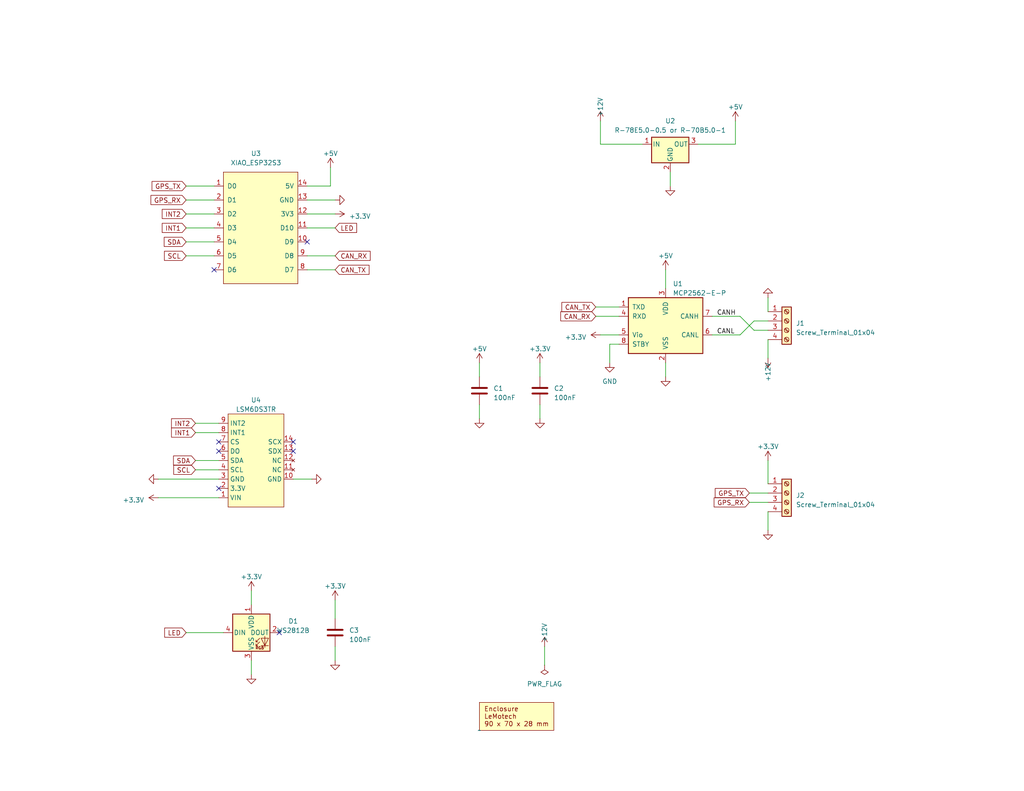
<source format=kicad_sch>
(kicad_sch (version 20230121) (generator eeschema)
  (paper "USLetter")
  (title_block (title "RV-C") (date "2023-04-19") (rev "V1"))
  (lib_symbols
    (symbol "BEB:Enclosure_LemoTech_90_70"
      (symbol "Enclosure_LemoTech_90_70_1_1"
        (rectangle (start 0 7.62) (end 20.32 0) (fill (type background)))
        (text "Enclosure\nLeMotech\n90 x 70 x 28 mm" (at 1.27 3.81 0) (effects (font (size 1.27 1.27)) (justify left)))
      )
    )
    (symbol "BEB:LSM6DS3_breakout"
      (property "Reference" "U" (at 3.81 24.13 0))
      (property "Value" "LSM6DS3TR" (at 10.16 -3.81 0))
      (symbol "LSM6DS3_breakout_1_1"
        (rectangle (start 2.54 22.86) (end 17.78 -2.54) (fill (type background)))
        (pin power_in line (at 0 0 0) (length 2.54) (name "VIN") (number "1"))
        (pin output line (at 20.32 5.08 180) (length 2.54) (name "GND") (number "10"))
        (pin no_connect line (at 20.32 7.62 180) (length 2.54) (name "NC") (number "11"))
        (pin no_connect line (at 20.32 10.16 180) (length 2.54) (name "NC") (number "12"))
        (pin bidirectional line (at 20.32 12.7 180) (length 2.54) (name "SDX") (number "13"))
        (pin bidirectional line (at 20.32 15.24 180) (length 2.54) (name "SCX") (number "14"))
        (pin power_out line (at 0 2.54 0) (length 2.54) (name "3.3V") (number "2"))
        (pin power_in line (at 0 5.08 0) (length 2.54) (name "GND") (number "3"))
        (pin bidirectional line (at 0 7.62 0) (length 2.54) (name "SCL") (number "4"))
        (pin bidirectional line (at 0 10.16 0) (length 2.54) (name "SDA") (number "5"))
        (pin output line (at 0 12.7 0) (length 2.54) (name "DO") (number "6"))
        (pin input line (at 0 15.24 0) (length 2.54) (name "CS") (number "7"))
        (pin output line (at 0 17.78 0) (length 2.54) (name "INT1") (number "8"))
        (pin output line (at 0 20.32 0) (length 2.54) (name "INT2") (number "9"))
      )
    )
    (symbol "BEB:XIAO_ESP32S3" (pin_names (offset 1.016))
      (property "Reference" "U" (at 3.81 16.51 0))
      (property "Value" "XIAO_ESP32S3" (at 11.43 -17.78 0))
      (symbol "XIAO_ESP32S3_1_1"
        (rectangle (start 2.54 15.24) (end 22.86 -15.24) (fill (type background)))
        (pin bidirectional line (at 0 11.43 0) (length 2.54) (name "D0") (number "1"))
        (pin bidirectional line (at 25.4 -3.81 180) (length 2.54) (name "D9") (number "10"))
        (pin bidirectional line (at 25.4 0 180) (length 2.54) (name "D10") (number "11"))
        (pin power_out line (at 25.4 3.81 180) (length 2.54) (name "3V3") (number "12"))
        (pin power_in line (at 25.4 7.62 180) (length 2.54) (name "GND") (number "13"))
        (pin power_in line (at 25.4 11.43 180) (length 2.54) (name "5V") (number "14"))
        (pin bidirectional line (at 0 7.62 0) (length 2.54) (name "D1") (number "2"))
        (pin bidirectional line (at 0 3.81 0) (length 2.54) (name "D2") (number "3"))
        (pin bidirectional line (at 0 0 0) (length 2.54) (name "D3") (number "4"))
        (pin bidirectional line (at 0 -3.81 0) (length 2.54) (name "D4") (number "5"))
        (pin bidirectional line (at 0 -7.62 0) (length 2.54) (name "D5") (number "6"))
        (pin bidirectional line (at 0 -11.43 0) (length 2.54) (name "D6") (number "7"))
        (pin bidirectional line (at 25.4 -11.43 180) (length 2.54) (name "D7") (number "8"))
        (pin bidirectional line (at 25.4 -7.62 180) (length 2.54) (name "D8") (number "9"))
      )
    )
    (symbol "Connector:Screw_Terminal_01x04" (pin_names (offset 1.016) hide)
      (property "Reference" "J" (at 0 5.08 0))
      (property "Value" "Screw_Terminal_01x04" (at 0 -7.62 0))
      (symbol "Screw_Terminal_01x04_1_1"
        (rectangle (start -1.27 3.81) (end 1.27 -6.35) (stroke (width 0.254)) (fill (type background)))
        (circle (center 0 -5.08) (radius 0.635) (stroke (width 0.1524)))
        (circle (center 0 -2.54) (radius 0.635) (stroke (width 0.1524)))
        (polyline (pts (xy -0.5334 -4.7498) (xy 0.3302 -5.588)) (stroke (width 0.1524)))
        (polyline (pts (xy -0.5334 -2.2098) (xy 0.3302 -3.048)) (stroke (width 0.1524)))
        (polyline (pts (xy -0.5334 0.3302) (xy 0.3302 -0.508)) (stroke (width 0.1524)))
        (polyline (pts (xy -0.5334 2.8702) (xy 0.3302 2.032)) (stroke (width 0.1524)))
        (polyline (pts (xy -0.3556 -4.572) (xy 0.508 -5.4102)) (stroke (width 0.1524)))
        (polyline (pts (xy -0.3556 -2.032) (xy 0.508 -2.8702)) (stroke (width 0.1524)))
        (polyline (pts (xy -0.3556 0.508) (xy 0.508 -0.3302)) (stroke (width 0.1524)))
        (polyline (pts (xy -0.3556 3.048) (xy 0.508 2.2098)) (stroke (width 0.1524)))
        (circle (center 0 0) (radius 0.635) (stroke (width 0.1524)))
        (circle (center 0 2.54) (radius 0.635) (stroke (width 0.1524)))
        (pin passive line (at -5.08 2.54 0) (length 3.81) (name "Pin_1") (number "1"))
        (pin passive line (at -5.08 0 0) (length 3.81) (name "Pin_2") (number "2"))
        (pin passive line (at -5.08 -2.54 0) (length 3.81) (name "Pin_3") (number "3"))
        (pin passive line (at -5.08 -5.08 0) (length 3.81) (name "Pin_4") (number "4"))
      )
    )
    (symbol "Device:C" (pin_numbers hide) (pin_names (offset 0.254))
      (property "Reference" "C" (at 0.635 2.54 0))
      (property "Value" "C" (at 0.635 -2.54 0))
      (symbol "C_0_1"
        (polyline (pts (xy -2.032 -0.762) (xy 2.032 -0.762)) (stroke (width 0.508)))
        (polyline (pts (xy -2.032 0.762) (xy 2.032 0.762)) (stroke (width 0.508)))
      )
      (symbol "C_1_1"
        (pin passive line (at 0 3.81 270) (length 2.794) (name "~") (number "1"))
        (pin passive line (at 0 -3.81 90) (length 2.794) (name "~") (number "2"))
      )
    )
    (symbol "Interface_CAN_LIN:MCP2562-E-P" (pin_names (offset 1.016))
      (property "Reference" "U" (at -10.16 8.89 0))
      (property "Value" "MCP2562-E-P" (at 2.54 8.89 0))
      (symbol "MCP2562-E-P_0_1"
        (rectangle (start -10.16 7.62) (end 10.16 -7.62) (stroke (width 0.254)) (fill (type background)))
      )
      (symbol "MCP2562-E-P_1_1"
        (pin input line (at -12.7 5.08 0) (length 2.54) (name "TXD") (number "1"))
        (pin power_in line (at 0 -10.16 90) (length 2.54) (name "VSS") (number "2"))
        (pin power_in line (at 0 10.16 270) (length 2.54) (name "VDD") (number "3"))
        (pin output line (at -12.7 2.54 0) (length 2.54) (name "RXD") (number "4"))
        (pin power_in line (at -12.7 -2.54 0) (length 2.54) (name "Vio") (number "5"))
        (pin bidirectional line (at 12.7 -2.54 180) (length 2.54) (name "CANL") (number "6"))
        (pin bidirectional line (at 12.7 2.54 180) (length 2.54) (name "CANH") (number "7"))
        (pin input line (at -12.7 -5.08 0) (length 2.54) (name "STBY") (number "8"))
      )
    )
    (symbol "LED:WS2812B" (pin_names (offset 0.254))
      (property "Reference" "D" (at 5.08 5.715 0))
      (property "Value" "WS2812B" (at 1.27 -5.715 0))
      (symbol "WS2812B_0_0"
        (text "RGB" (at 2.286 -4.191 0) (effects (font (size 0.762 0.762))))
      )
      (symbol "WS2812B_0_1"
        (polyline (pts (xy 1.27 -3.556) (xy 1.778 -3.556)))
        (polyline (pts (xy 1.27 -2.54) (xy 1.778 -2.54)))
        (polyline (pts (xy 4.699 -3.556) (xy 2.667 -3.556)))
        (polyline (pts (xy 2.286 -2.54) (xy 1.27 -3.556) (xy 1.27 -3.048)))
        (polyline (pts (xy 2.286 -1.524) (xy 1.27 -2.54) (xy 1.27 -2.032)))
        (polyline (pts (xy 3.683 -1.016) (xy 3.683 -3.556) (xy 3.683 -4.064)))
        (polyline (pts (xy 4.699 -1.524) (xy 2.667 -1.524) (xy 3.683 -3.556) (xy 4.699 -1.524)))
        (rectangle (start 5.08 5.08) (end -5.08 -5.08) (stroke (width 0.254)) (fill (type background)))
      )
      (symbol "WS2812B_1_1"
        (pin power_in line (at 0 7.62 270) (length 2.54) (name "VDD") (number "1"))
        (pin output line (at 7.62 0 180) (length 2.54) (name "DOUT") (number "2"))
        (pin power_in line (at 0 -7.62 90) (length 2.54) (name "VSS") (number "3"))
        (pin input line (at -7.62 0 0) (length 2.54) (name "DIN") (number "4"))
      )
    )
    (symbol "Regulator_Switching:R-78E5.0-0.5" (pin_names (offset 0.254))
      (property "Reference" "U" (at -3.81 3.175 0))
      (property "Value" "R-78E5.0-0.5" (at 0 3.175 0))
      (symbol "R-78E5.0-0.5_0_1"
        (rectangle (start -5.08 1.905) (end 5.08 -5.08) (stroke (width 0.254)) (fill (type background)))
      )
      (symbol "R-78E5.0-0.5_1_1"
        (pin power_in line (at -7.62 0 0) (length 2.54) (name "IN") (number "1"))
        (pin power_in line (at 0 -7.62 90) (length 2.54) (name "GND") (number "2"))
        (pin power_out line (at 7.62 0 180) (length 2.54) (name "OUT") (number "3"))
      )
    )
    (symbol "power:+12V" (power) (pin_names (offset 0))
      (property "Value" "+12V" (at 0 3.556 0))
      (symbol "+12V_0_1"
        (polyline (pts (xy -0.762 1.27) (xy 0 2.54)))
        (polyline (pts (xy 0 0) (xy 0 2.54)))
        (polyline (pts (xy 0 2.54) (xy 0.762 1.27)))
      )
      (symbol "+12V_1_1"
        (pin power_in line (at 0 0 90) (length 0) hide (name "+12V") (number "1"))
      )
    )
    (symbol "power:+3.3V" (power) (pin_names (offset 0))
      (property "Value" "+3.3V" (at 0 3.556 0))
      (symbol "+3.3V_0_1"
        (polyline (pts (xy -0.762 1.27) (xy 0 2.54)))
        (polyline (pts (xy 0 0) (xy 0 2.54)))
        (polyline (pts (xy 0 2.54) (xy 0.762 1.27)))
      )
      (symbol "+3.3V_1_1"
        (pin power_in line (at 0 0 90) (length 0) hide (name "+3.3V") (number "1"))
      )
    )
    (symbol "power:+5V" (power) (pin_names (offset 0))
      (property "Value" "+5V" (at 0 3.556 0))
      (symbol "+5V_0_1"
        (polyline (pts (xy -0.762 1.27) (xy 0 2.54)))
        (polyline (pts (xy 0 0) (xy 0 2.54)))
        (polyline (pts (xy 0 2.54) (xy 0.762 1.27)))
      )
      (symbol "+5V_1_1"
        (pin power_in line (at 0 0 90) (length 0) hide (name "+5V") (number "1"))
      )
    )
    (symbol "power:GND" (power) (pin_names (offset 0))
      (property "Value" "GND" (at 0 -3.81 0))
      (symbol "GND_0_1"
        (polyline (pts (xy 0 0) (xy 0 -1.27) (xy 1.27 -1.27) (xy 0 -2.54) (xy -1.27 -1.27) (xy 0 -1.27)))
      )
      (symbol "GND_1_1"
        (pin power_in line (at 0 0 270) (length 0) hide (name "GND") (number "1"))
      )
    )
    (symbol "power:PWR_FLAG" (power) (pin_numbers hide) (pin_names (offset 0) hide)
      (property "Value" "PWR_FLAG" (at 0 3.81 0))
      (symbol "PWR_FLAG_0_0"
        (pin power_out line (at 0 0 90) (length 0) (name "pwr") (number "1"))
      )
      (symbol "PWR_FLAG_0_1"
        (polyline (pts (xy 0 0) (xy 0 1.27) (xy -1.016 1.905) (xy 0 2.54) (xy 1.016 1.905) (xy 0 1.27)))
      )
    )
  )
  (no_connect (at 58.42 73.66))
  (no_connect (at 76.2 172.72))
  (no_connect (at 59.69 123.19))
  (no_connect (at 59.69 120.65))
  (no_connect (at 80.01 123.19))
  (no_connect (at 59.69 133.35))
  (no_connect (at 83.82 66.04))
  (no_connect (at 80.01 120.65))
  (wire (pts (xy 90.17 50.8) (xy 90.17 45.72)))
  (wire (pts (xy 83.82 73.66) (xy 91.44 73.66)))
  (wire (pts (xy 194.31 91.44) (xy 201.93 91.44)))
  (wire (pts (xy 50.8 172.72) (xy 60.96 172.72)))
  (wire (pts (xy 68.58 161.29) (xy 68.58 165.1)))
  (wire (pts (xy 68.58 180.34) (xy 68.58 184.15)))
  (wire (pts (xy 83.82 58.42) (xy 91.44 58.42)))
  (wire (pts (xy 50.8 54.61) (xy 58.42 54.61)))
  (wire (pts (xy 53.34 115.57) (xy 59.69 115.57)))
  (wire (pts (xy 181.61 73.66) (xy 181.61 78.74)))
  (wire (pts (xy 209.55 92.71) (xy 209.55 97.79)))
  (wire (pts (xy 182.88 46.99) (xy 182.88 50.8)))
  (wire (pts (xy 162.56 86.36) (xy 168.91 86.36)))
  (wire (pts (xy 50.8 58.42) (xy 58.42 58.42)))
  (wire (pts (xy 190.5 39.37) (xy 200.66 39.37)))
  (wire (pts (xy 162.56 83.82) (xy 168.91 83.82)))
  (wire (pts (xy 83.82 54.61) (xy 91.44 54.61)))
  (wire (pts (xy 53.34 118.11) (xy 59.69 118.11)))
  (wire (pts (xy 91.44 176.53) (xy 91.44 180.34)))
  (wire (pts (xy 43.18 135.89) (xy 59.69 135.89)))
  (wire (pts (xy 43.18 130.81) (xy 59.69 130.81)))
  (wire (pts (xy 83.82 69.85) (xy 91.44 69.85)))
  (wire (pts (xy 130.81 110.49) (xy 130.81 114.3)))
  (wire (pts (xy 91.44 163.83) (xy 91.44 168.91)))
  (wire (pts (xy 163.83 33.02) (xy 163.83 39.37)))
  (wire (pts (xy 166.37 93.98) (xy 166.37 99.06)))
  (wire (pts (xy 163.83 39.37) (xy 175.26 39.37)))
  (wire (pts (xy 53.34 128.27) (xy 59.69 128.27)))
  (wire (pts (xy 50.8 69.85) (xy 58.42 69.85)))
  (wire (pts (xy 50.8 62.23) (xy 58.42 62.23)))
  (wire (pts (xy 163.83 91.44) (xy 168.91 91.44)))
  (wire (pts (xy 205.74 87.63) (xy 209.55 87.63)))
  (wire (pts (xy 83.82 50.8) (xy 90.17 50.8)))
  (wire (pts (xy 209.55 139.7) (xy 209.55 144.78)))
  (wire (pts (xy 200.66 39.37) (xy 200.66 33.02)))
  (wire (pts (xy 194.31 86.36) (xy 201.93 86.36)))
  (wire (pts (xy 168.91 93.98) (xy 166.37 93.98)))
  (wire (pts (xy 209.55 125.73) (xy 209.55 132.08)))
  (wire (pts (xy 53.34 125.73) (xy 59.69 125.73)))
  (wire (pts (xy 83.82 62.23) (xy 91.44 62.23)))
  (wire (pts (xy 147.32 110.49) (xy 147.32 114.3)))
  (wire (pts (xy 148.59 176.53) (xy 148.59 181.61)))
  (wire (pts (xy 147.32 99.06) (xy 147.32 102.87)))
  (wire (pts (xy 181.61 99.06) (xy 181.61 102.87)))
  (wire (pts (xy 130.81 99.06) (xy 130.81 102.87)))
  (wire (pts (xy 201.93 86.36) (xy 205.74 90.17)))
  (wire (pts (xy 209.55 81.28) (xy 209.55 85.09)))
  (wire (pts (xy 80.01 130.81) (xy 85.09 130.81)))
  (wire (pts (xy 204.47 137.16) (xy 209.55 137.16)))
  (wire (pts (xy 50.8 66.04) (xy 58.42 66.04)))
  (wire (pts (xy 205.74 90.17) (xy 209.55 90.17)))
  (wire (pts (xy 204.47 134.62) (xy 209.55 134.62)))
  (wire (pts (xy 50.8 50.8) (xy 58.42 50.8)))
  (wire (pts (xy 201.93 91.44) (xy 205.74 87.63)))
  (label "CANL" (at 195.58 91.44 0))
  (label "CANH" (at 195.58 86.36 0))
  (global_label "CAN_TX" (shape input) (at 162.56 83.82 180) (property "Intersheetrefs" "${INTERSHEET_REFS}" (effects hide)))
  (global_label "SDA" (shape input) (at 50.8 66.04 180) (property "Intersheetrefs" "${INTERSHEET_REFS}" (effects hide)))
  (global_label "INT1" (shape input) (at 53.34 118.11 180) (property "Intersheetrefs" "${INTERSHEET_REFS}" (effects hide)))
  (global_label "LED" (shape input) (at 91.44 62.23 0) (property "Intersheetrefs" "${INTERSHEET_REFS}" (effects hide)))
  (global_label "SCL" (shape input) (at 50.8 69.85 180) (property "Intersheetrefs" "${INTERSHEET_REFS}" (effects hide)))
  (global_label "GPS_TX" (shape input) (at 204.47 134.62 180) (property "Intersheetrefs" "${INTERSHEET_REFS}" (effects hide)))
  (global_label "GPS_TX" (shape input) (at 50.8 50.8 180) (property "Intersheetrefs" "${INTERSHEET_REFS}" (effects hide)))
  (global_label "CAN_RX" (shape input) (at 91.44 69.85 0) (property "Intersheetrefs" "${INTERSHEET_REFS}" (effects hide)))
  (global_label "SCL" (shape input) (at 53.34 128.27 180) (property "Intersheetrefs" "${INTERSHEET_REFS}" (effects hide)))
  (global_label "CAN_TX" (shape input) (at 91.44 73.66 0) (property "Intersheetrefs" "${INTERSHEET_REFS}" (effects hide)))
  (global_label "INT2" (shape input) (at 53.34 115.57 180) (property "Intersheetrefs" "${INTERSHEET_REFS}" (effects hide)))
  (global_label "GPS_RX" (shape input) (at 50.8 54.61 180) (property "Intersheetrefs" "${INTERSHEET_REFS}" (effects hide)))
  (global_label "INT2" (shape input) (at 50.8 58.42 180) (property "Intersheetrefs" "${INTERSHEET_REFS}" (effects hide)))
  (global_label "SDA" (shape input) (at 53.34 125.73 180) (property "Intersheetrefs" "${INTERSHEET_REFS}" (effects hide)))
  (global_label "LED" (shape input) (at 50.8 172.72 180) (property "Intersheetrefs" "${INTERSHEET_REFS}" (effects hide)))
  (global_label "GPS_RX" (shape input) (at 204.47 137.16 180) (property "Intersheetrefs" "${INTERSHEET_REFS}" (effects hide)))
  (global_label "CAN_RX" (shape input) (at 162.56 86.36 180) (property "Intersheetrefs" "${INTERSHEET_REFS}" (effects hide)))
  (global_label "INT1" (shape input) (at 50.8 62.23 180) (property "Intersheetrefs" "${INTERSHEET_REFS}" (effects hide)))
  (symbol (lib_id "power:PWR_FLAG") (at 148.59 181.61 180) (unit 1)
    (property "Reference" "#FLG01" (effects hide))
    (property "Value" "PWR_FLAG" (at 148.59 186.7408 0))
  )
  (symbol (lib_id "power:+3.3V") (at 43.18 135.89 90) (unit 1)
    (property "Reference" "#PWR018" (effects hide))
    (property "Value" "+3.3V" (at 39.37 136.525 90) (effects (justify left)))
  )
  (symbol (lib_id "Device:C") (at 130.81 106.68 0) (unit 1)
    (property "Reference" "C1" (at 134.62 106.045 0) (effects (justify left)))
    (property "Value" "100nF" (at 134.62 108.585 0) (effects (justify left)))
    (property "Footprint" "Capacitor_THT:C_Rect_L7.0mm_W3.5mm_P5.00mm" (effects hide))
  )
  (symbol (lib_id "power:+5V") (at 90.17 45.72 0) (unit 1)
    (property "Reference" "#PWR09" (effects hide))
    (property "Value" "+5V" (at 90.17 41.91 0))
  )
  (symbol (lib_id "power:GND") (at 209.55 81.28 180) (unit 1)
    (property "Reference" "#PWR03" (effects hide))
    (property "Value" "GND" (effects hide))
  )
  (symbol (lib_id "Connector:Screw_Terminal_01x04") (at 214.63 134.62 0) (unit 1)
    (property "Reference" "J2" (at 217.17 135.255 0) (effects (justify left)))
    (property "Value" "Screw_Terminal_01x04" (at 217.17 137.795 0) (effects (justify left)))
    (property "Footprint" "Connector_Phoenix_MC:PhoenixContact_MC_1,5_4-G-3.81_1x04_P3.81mm_Horizontal" (effects hide))
  )
  (symbol (lib_id "Device:C") (at 91.44 172.72 0) (unit 1)
    (property "Reference" "C3" (at 95.25 172.085 0) (effects (justify left)))
    (property "Value" "100nF" (at 95.25 174.625 0) (effects (justify left)))
    (property "Footprint" "Capacitor_THT:C_Rect_L7.0mm_W3.5mm_P5.00mm" (effects hide))
  )
  (symbol (lib_id "power:GND") (at 68.58 184.15 0) (unit 1)
    (property "Reference" "#PWR015" (effects hide))
    (property "Value" "GND" (effects hide))
  )
  (symbol (lib_id "Regulator_Switching:R-78E5.0-0.5") (at 182.88 39.37 0) (unit 1)
    (property "Reference" "U2" (at 182.88 33.02 0))
    (property "Value" "R-78E5.0-0.5 or R-70B5.0-1" (at 182.88 35.56 0))
    (property "Footprint" "Converter_DCDC:Converter_DCDC_RECOM_R-78E-0.5_THT" (effects hide))
    (property "Datasheet" "https://www.recom-power.com/pdf/Innoline/R-78Exx-0.5.pdf" (effects hide))
    (property "Digikey" "945-1648-5-ND" (effects hide))
  )
  (symbol (lib_id "power:+5V") (at 200.66 33.02 0) (unit 1)
    (property "Reference" "#PWR08" (effects hide))
    (property "Value" "+5V" (at 200.66 29.21 0))
  )
  (symbol (lib_id "power:+3.3V") (at 91.44 58.42 270) (unit 1)
    (property "Reference" "#PWR010" (effects hide))
    (property "Value" "+3.3V" (at 95.25 59.055 90) (effects (justify left)))
  )
  (symbol (lib_id "Device:C") (at 147.32 106.68 0) (unit 1)
    (property "Reference" "C2" (at 151.13 106.045 0) (effects (justify left)))
    (property "Value" "100nF" (at 151.13 108.585 0) (effects (justify left)))
    (property "Footprint" "Capacitor_THT:C_Rect_L7.0mm_W3.5mm_P5.00mm" (effects hide))
  )
  (symbol (lib_id "power:+12V") (at 148.59 176.53 0) (unit 1)
    (property "Reference" "#PWR020" (effects hide))
    (property "Value" "+12V" (at 148.59 172.72 90))
  )
  (symbol (lib_id "power:+5V") (at 130.81 99.06 0) (unit 1)
    (property "Reference" "#PWR021" (effects hide))
    (property "Value" "+5V" (at 130.81 95.25 0))
  )
  (symbol (lib_id "power:+3.3V") (at 163.83 91.44 90) (unit 1)
    (property "Reference" "#PWR017" (effects hide))
    (property "Value" "+3.3V" (at 160.02 92.075 90) (effects (justify left)))
  )
  (symbol (lib_id "power:GND") (at 91.44 54.61 90) (unit 1)
    (property "Reference" "#PWR011" (effects hide))
    (property "Value" "GND" (effects hide))
  )
  (symbol (lib_id "power:+3.3V") (at 209.55 125.73 0) (unit 1)
    (property "Reference" "#PWR05" (effects hide))
    (property "Value" "+3.3V" (at 209.55 121.92 0))
  )
  (symbol (lib_id "BEB:XIAO_ESP32S3") (at 58.42 62.23 0) (unit 1)
    (property "Reference" "U3" (at 69.85 41.91 0))
    (property "Value" "XIAO_ESP32S3" (at 69.85 44.45 0))
    (property "Footprint" "BEB:XIAO_DIL" (effects hide))
    (property "Datasheet" "https://www.seeedstudio.com/XIAO-ESP32S3-p-5627.html" (effects hide))
  )
  (symbol (lib_id "power:GND") (at 85.09 130.81 90) (unit 1)
    (property "Reference" "#PWR012" (effects hide))
    (property "Value" "GND" (effects hide))
  )
  (symbol (lib_id "BEB:LSM6DS3_breakout") (at 59.69 135.89 0) (unit 1)
    (property "Reference" "U4" (at 69.85 109.22 0))
    (property "Value" "LSM6DS3TR" (at 69.85 111.76 0))
    (property "Footprint" "BEB:LSM6DS3TR_breakout" (effects hide))
    (property "Datasheet" "https://www.adafruit.com/product/4503" (effects hide))
  )
  (symbol (lib_id "power:GND") (at 181.61 102.87 0) (unit 1)
    (property "Reference" "#PWR01" (effects hide))
    (property "Value" "GND" (effects hide))
  )
  (symbol (lib_id "power:+3.3V") (at 147.32 99.06 0) (unit 1)
    (property "Reference" "#PWR024" (effects hide))
    (property "Value" "+3.3V" (at 147.32 95.25 0))
  )
  (symbol (lib_id "power:+3.3V") (at 68.58 161.29 0) (unit 1)
    (property "Reference" "#PWR014" (effects hide))
    (property "Value" "+3.3V" (at 68.58 157.48 0))
  )
  (symbol (lib_id "power:GND") (at 43.18 130.81 270) (unit 1)
    (property "Reference" "#PWR013" (effects hide))
    (property "Value" "GND" (effects hide))
  )
  (symbol (lib_id "power:GND") (at 209.55 144.78 0) (unit 1)
    (property "Reference" "#PWR04" (effects hide))
    (property "Value" "GND" (effects hide))
  )
  (symbol (lib_id "LED:WS2812B") (at 68.58 172.72 0) (unit 1)
    (property "Reference" "D1" (at 80.01 169.5959 0))
    (property "Value" "WS2812B" (at 80.01 172.1359 0))
    (property "Footprint" "LED_SMD:LED_WS2812B_PLCC4_5.0x5.0mm_P3.2mm" (effects hide))
    (property "Datasheet" "https://cdn-shop.adafruit.com/datasheets/WS2812B.pdf" (effects hide))
    (property "Digikey" "1568-COM-16347TR-ND" (effects hide))
  )
  (symbol (lib_id "power:+3.3V") (at 91.44 163.83 0) (unit 1)
    (property "Reference" "#PWR025" (effects hide))
    (property "Value" "+3.3V" (at 91.44 160.02 0))
  )
  (symbol (lib_id "BEB:Enclosure_LemoTech_90_70") (at 130.81 199.39 0) (unit 1)
    (property "Reference" "X1" (effects hide))
    (property "Value" "~" (at 130.81 199.39 0))
    (property "Footprint" "BEB:Enclosure_Lemotech_90_70_antenna" (effects hide))
    (property "Datasheet" "https://lemotech.com/product/junction-box-5pcs/" (effects hide))
  )
  (symbol (lib_id "power:+12V") (at 163.83 33.02 0) (unit 1)
    (property "Reference" "#PWR07" (effects hide))
    (property "Value" "+12V" (at 163.83 29.21 90))
  )
  (symbol (lib_id "power:GND") (at 166.37 99.06 0) (unit 1)
    (property "Reference" "#PWR02" (effects hide))
    (property "Value" "GND" (at 166.37 104.14 0))
  )
  (symbol (lib_id "power:GND") (at 147.32 114.3 0) (unit 1)
    (property "Reference" "#PWR023" (effects hide))
    (property "Value" "GND" (effects hide))
  )
  (symbol (lib_id "Interface_CAN_LIN:MCP2562-E-P") (at 181.61 88.9 0) (unit 1)
    (property "Reference" "U1" (at 183.5659 77.47 0) (effects (justify left)))
    (property "Value" "MCP2562-E-P" (at 183.5659 80.01 0) (effects (justify left)))
    (property "Footprint" "Package_DIP:DIP-8_W7.62mm" (effects hide))
    (property "Datasheet" "http://ww1.microchip.com/downloads/en/DeviceDoc/25167A.pdf" (effects hide))
    (property "Digikey" "MCP2562FD-E/P-ND" (effects hide))
  )
  (symbol (lib_id "power:GND") (at 182.88 50.8 0) (unit 1)
    (property "Reference" "#PWR019" (effects hide))
    (property "Value" "GND" (effects hide))
  )
  (symbol (lib_id "power:+12V") (at 209.55 97.79 180) (unit 1)
    (property "Reference" "#PWR06" (effects hide))
    (property "Value" "+12V" (at 209.55 101.6 90))
  )
  (symbol (lib_id "power:+5V") (at 181.61 73.66 0) (unit 1)
    (property "Reference" "#PWR016" (effects hide))
    (property "Value" "+5V" (at 181.61 69.85 0))
  )
  (symbol (lib_id "Connector:Screw_Terminal_01x04") (at 214.63 87.63 0) (unit 1)
    (property "Reference" "J1" (at 217.17 88.265 0) (effects (justify left)))
    (property "Value" "Screw_Terminal_01x04" (at 217.17 90.805 0) (effects (justify left)))
    (property "Footprint" "Connector_Phoenix_MC:PhoenixContact_MC_1,5_4-G-3.81_1x04_P3.81mm_Horizontal" (effects hide))
  )
  (symbol (lib_id "power:GND") (at 91.44 180.34 0) (unit 1)
    (property "Reference" "#PWR026" (effects hide))
    (property "Value" "GND" (effects hide))
  )
  (symbol (lib_id "power:GND") (at 130.81 114.3 0) (unit 1)
    (property "Reference" "#PWR022" (effects hide))
    (property "Value" "GND" (effects hide))
  )
)
</source>
